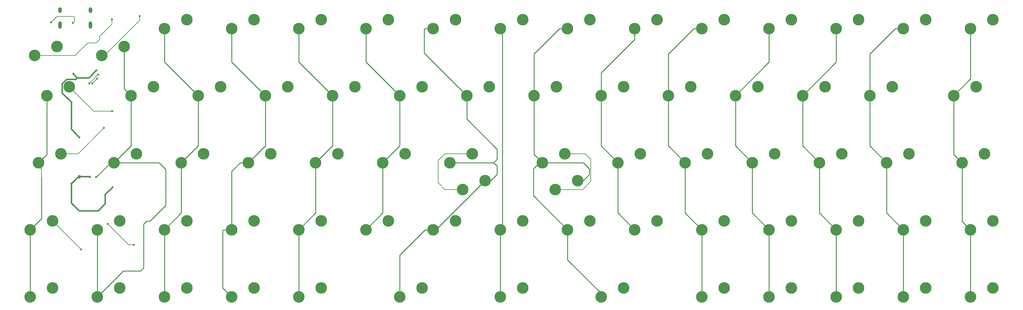
<source format=gbr>
%TF.GenerationSoftware,KiCad,Pcbnew,(6.0.8-1)-1*%
%TF.CreationDate,2024-01-21T16:11:11+01:00*%
%TF.ProjectId,keyboard-template-60,6b657962-6f61-4726-942d-74656d706c61,rev?*%
%TF.SameCoordinates,Original*%
%TF.FileFunction,Copper,L1,Top*%
%TF.FilePolarity,Positive*%
%FSLAX46Y46*%
G04 Gerber Fmt 4.6, Leading zero omitted, Abs format (unit mm)*
G04 Created by KiCad (PCBNEW (6.0.8-1)-1) date 2024-01-21 16:11:11*
%MOMM*%
%LPD*%
G01*
G04 APERTURE LIST*
%TA.AperFunction,ComponentPad*%
%ADD10C,3.300000*%
%TD*%
%TA.AperFunction,ComponentPad*%
%ADD11O,1.000000X1.600000*%
%TD*%
%TA.AperFunction,ComponentPad*%
%ADD12O,1.000000X2.100000*%
%TD*%
%TA.AperFunction,ViaPad*%
%ADD13C,0.600000*%
%TD*%
%TA.AperFunction,ViaPad*%
%ADD14C,1.000000*%
%TD*%
%TA.AperFunction,Conductor*%
%ADD15C,0.381000*%
%TD*%
%TA.AperFunction,Conductor*%
%ADD16C,0.200000*%
%TD*%
%TA.AperFunction,Conductor*%
%ADD17C,0.250000*%
%TD*%
G04 APERTURE END LIST*
D10*
%TO.P,MX56,1,COL*%
%TO.N,COL10*%
X259715000Y-143510000D03*
%TO.P,MX56,2,ROW*%
%TO.N,Net-(D56-Pad2)*%
X266065000Y-140970000D03*
%TD*%
%TO.P,MX73,1,COL*%
%TO.N,COL12*%
X297815000Y-162560000D03*
%TO.P,MX73,2,ROW*%
%TO.N,Net-(D73-Pad2)*%
X304165000Y-160020000D03*
%TD*%
%TO.P,MX39,1,COL*%
%TO.N,COL8*%
X224472500Y-129540000D03*
%TO.P,MX39,2,ROW*%
%TO.N,39_2*%
X218122500Y-132080000D03*
%TD*%
%TO.P,MX19,1,COL*%
%TO.N,COL3*%
X135890000Y-105410000D03*
%TO.P,MX19,2,ROW*%
%TO.N,Net-(D19-Pad2)*%
X142240000Y-102870000D03*
%TD*%
%TO.P,MX45,1,COL*%
%TO.N,COL14*%
X333533750Y-124460000D03*
%TO.P,MX45,2,ROW*%
%TO.N,Net-(D45-Pad2)*%
X339883750Y-121920000D03*
%TD*%
%TO.P,MX5,1,COL*%
%TO.N,COL4*%
X145415000Y-86360000D03*
%TO.P,MX5,2,ROW*%
%TO.N,Net-(D5-Pad2)*%
X151765000Y-83820000D03*
%TD*%
%TO.P,MX16,1,COL*%
%TO.N,COL0*%
X73977500Y-105410000D03*
%TO.P,MX16,2,ROW*%
%TO.N,Net-(D16-Pad2)*%
X80327500Y-102870000D03*
%TD*%
%TO.P,MX51,1,COL*%
%TO.N,COL5*%
X164465000Y-143510000D03*
%TO.P,MX51,2,ROW*%
%TO.N,Net-(D51-Pad2)*%
X170815000Y-140970000D03*
%TD*%
%TO.P,MX40,1,COL*%
%TO.N,COL9*%
X235902500Y-124460000D03*
%TO.P,MX40,2,ROW*%
%TO.N,Net-(D40-Pad2)*%
X242252500Y-121920000D03*
%TD*%
%TO.P,MX8,1,COL*%
%TO.N,COL7*%
X202565000Y-86360000D03*
%TO.P,MX8,2,ROW*%
%TO.N,Net-(D8-Pad2)*%
X208915000Y-83820000D03*
%TD*%
%TO.P,MX7,1,COL*%
%TO.N,COL6*%
X183515000Y-86360000D03*
%TO.P,MX7,2,ROW*%
%TO.N,Net-(D7-Pad2)*%
X189865000Y-83820000D03*
%TD*%
%TO.P,MX26,1,COL*%
%TO.N,COL10*%
X250190000Y-105410000D03*
%TO.P,MX26,2,ROW*%
%TO.N,Net-(D26-Pad2)*%
X256540000Y-102870000D03*
%TD*%
%TO.P,MX68,1,COL*%
%TO.N,COL7*%
X202565000Y-162560000D03*
%TO.P,MX68,2,ROW*%
%TO.N,Net-(D68-Pad2)*%
X208915000Y-160020000D03*
%TD*%
%TO.P,MX41,1,COL*%
%TO.N,COL10*%
X254952500Y-124460000D03*
%TO.P,MX41,2,ROW*%
%TO.N,Net-(D41-Pad2)*%
X261302500Y-121920000D03*
%TD*%
%TO.P,MX48,1,COL*%
%TO.N,COL2*%
X107315000Y-143510000D03*
%TO.P,MX48,2,ROW*%
%TO.N,Net-(D48-Pad2)*%
X113665000Y-140970000D03*
%TD*%
%TO.P,MX65,1,COL*%
%TO.N,COL4*%
X145415000Y-162560000D03*
%TO.P,MX65,2,ROW*%
%TO.N,Net-(D65-Pad2)*%
X151765000Y-160020000D03*
%TD*%
%TO.P,MX22,1,COL*%
%TO.N,COL6*%
X193040000Y-105410000D03*
%TO.P,MX22,2,ROW*%
%TO.N,Net-(D22-Pad2)*%
X199390000Y-102870000D03*
%TD*%
%TO.P,MX69,1,COL*%
%TO.N,COL8*%
X231140000Y-162560000D03*
%TO.P,MX69,2,ROW*%
%TO.N,Net-(D69-Pad2)*%
X237490000Y-160020000D03*
%TD*%
%TO.P,MX35,1,COL*%
%TO.N,COL4*%
X150177500Y-124460000D03*
%TO.P,MX35,2,ROW*%
%TO.N,Net-(D35-Pad2)*%
X156527500Y-121920000D03*
%TD*%
%TO.P,MX32,1,COL*%
%TO.N,COL1*%
X93027500Y-124460000D03*
%TO.P,MX32,2,ROW*%
%TO.N,Net-(D32-Pad2)*%
X99377500Y-121920000D03*
%TD*%
%TO.P,MX2,2,ROW*%
%TO.N,Net-(D2-Pad2)*%
X89535000Y-93980000D03*
%TO.P,MX2,1,COL*%
%TO.N,COL1*%
X95885000Y-91440000D03*
%TD*%
%TO.P,MX14,1,COL*%
%TO.N,COL13*%
X316865000Y-86360000D03*
%TO.P,MX14,2,ROW*%
%TO.N,Net-(D14-Pad2)*%
X323215000Y-83820000D03*
%TD*%
%TO.P,MX67,1,COL*%
%TO.N,COL6*%
X173990000Y-162560000D03*
%TO.P,MX67,2,ROW*%
%TO.N,Net-(D67-Pad2)*%
X180340000Y-160020000D03*
%TD*%
%TO.P,MX54,1,COL*%
%TO.N,COL8*%
X221615000Y-143510000D03*
%TO.P,MX54,2,ROW*%
%TO.N,Net-(D54-Pad2)*%
X227965000Y-140970000D03*
%TD*%
%TO.P,MX10,1,COL*%
%TO.N,COL9*%
X240665000Y-86360000D03*
%TO.P,MX10,2,ROW*%
%TO.N,Net-(D10-Pad2)*%
X247015000Y-83820000D03*
%TD*%
%TO.P,MX20,1,COL*%
%TO.N,COL4*%
X154940000Y-105410000D03*
%TO.P,MX20,2,ROW*%
%TO.N,Net-(D20-Pad2)*%
X161290000Y-102870000D03*
%TD*%
%TO.P,MX42,1,COL*%
%TO.N,COL11*%
X274002500Y-124460000D03*
%TO.P,MX42,2,ROW*%
%TO.N,Net-(D42-Pad2)*%
X280352500Y-121920000D03*
%TD*%
%TO.P,MX24,1,COL*%
%TO.N,COL8*%
X212090000Y-105410000D03*
%TO.P,MX24,2,ROW*%
%TO.N,Net-(D24-Pad2)*%
X218440000Y-102870000D03*
%TD*%
%TO.P,MX12,1,COL*%
%TO.N,COL11*%
X278765000Y-86360000D03*
%TO.P,MX12,2,ROW*%
%TO.N,Net-(D12-Pad2)*%
X285115000Y-83820000D03*
%TD*%
D11*
%TO.P,J1,S1,SHIELD*%
%TO.N,GND*%
X86320000Y-81150000D03*
D12*
X77680000Y-85330000D03*
X86320000Y-85330000D03*
D11*
X77680000Y-81150000D03*
%TD*%
D10*
%TO.P,MX46,1,COL*%
%TO.N,COL0*%
X69215000Y-143510000D03*
%TO.P,MX46,2,ROW*%
%TO.N,Net-(D46-Pad2)*%
X75565000Y-140970000D03*
%TD*%
%TO.P,MX15,1,COL*%
%TO.N,COL14*%
X335915000Y-86360000D03*
%TO.P,MX15,2,ROW*%
%TO.N,Net-(D15-Pad2)*%
X342265000Y-83820000D03*
%TD*%
%TO.P,MX50,1,COL*%
%TO.N,COL4*%
X145415000Y-143510000D03*
%TO.P,MX50,2,ROW*%
%TO.N,Net-(D50-Pad2)*%
X151765000Y-140970000D03*
%TD*%
%TO.P,MX1,2,ROW*%
%TO.N,Net-(D1-Pad2)*%
X70485000Y-93980000D03*
%TO.P,MX1,1,COL*%
%TO.N,COL0*%
X76835000Y-91440000D03*
%TD*%
%TO.P,MX71,1,COL*%
%TO.N,COL10*%
X259715000Y-162560000D03*
%TO.P,MX71,2,ROW*%
%TO.N,Net-(D71-Pad2)*%
X266065000Y-160020000D03*
%TD*%
%TO.P,MX29,1,COL*%
%TO.N,COL13*%
X307340000Y-105410000D03*
%TO.P,MX29,2,ROW*%
%TO.N,Net-(D29-Pad2)*%
X313690000Y-102870000D03*
%TD*%
%TO.P,MX57,1,COL*%
%TO.N,COL11*%
X278765000Y-143510000D03*
%TO.P,MX57,2,ROW*%
%TO.N,Net-(D57-Pad2)*%
X285115000Y-140970000D03*
%TD*%
%TO.P,MX18,1,COL*%
%TO.N,COL2*%
X116840000Y-105410000D03*
%TO.P,MX18,2,ROW*%
%TO.N,Net-(D18-Pad2)*%
X123190000Y-102870000D03*
%TD*%
%TO.P,MX31,1,COL*%
%TO.N,COL0*%
X71596250Y-124460000D03*
%TO.P,MX31,2,ROW*%
%TO.N,Net-(D31-Pad2)*%
X77946250Y-121920000D03*
%TD*%
%TO.P,MX44,1,COL*%
%TO.N,COL13*%
X312102500Y-124460000D03*
%TO.P,MX44,2,ROW*%
%TO.N,Net-(D44-Pad2)*%
X318452500Y-121920000D03*
%TD*%
%TO.P,MX21,1,COL*%
%TO.N,COL5*%
X173990000Y-105410000D03*
%TO.P,MX21,2,ROW*%
%TO.N,Net-(D21-Pad2)*%
X180340000Y-102870000D03*
%TD*%
%TO.P,MX59,1,COL*%
%TO.N,COL13*%
X316865000Y-143510000D03*
%TO.P,MX59,2,ROW*%
%TO.N,Net-(D59-Pad2)*%
X323215000Y-140970000D03*
%TD*%
%TO.P,MX43,1,COL*%
%TO.N,COL12*%
X293052500Y-124460000D03*
%TO.P,MX43,2,ROW*%
%TO.N,Net-(D43-Pad2)*%
X299402500Y-121920000D03*
%TD*%
%TO.P,MX75,1,COL*%
%TO.N,COL14*%
X335915000Y-162560000D03*
%TO.P,MX75,2,ROW*%
%TO.N,Net-(D75-Pad2)*%
X342265000Y-160020000D03*
%TD*%
%TO.P,MX36,1,COL*%
%TO.N,COL5*%
X169227500Y-124460000D03*
%TO.P,MX36,2,ROW*%
%TO.N,Net-(D36-Pad2)*%
X175577500Y-121920000D03*
%TD*%
%TO.P,MX11,1,COL*%
%TO.N,COL10*%
X259715000Y-86360000D03*
%TO.P,MX11,2,ROW*%
%TO.N,Net-(D11-Pad2)*%
X266065000Y-83820000D03*
%TD*%
%TO.P,MX61,1,COL*%
%TO.N,COL0*%
X69215000Y-162560000D03*
%TO.P,MX61,2,ROW*%
%TO.N,Net-(D61-Pad2)*%
X75565000Y-160020000D03*
%TD*%
%TO.P,MX27,1,COL*%
%TO.N,COL11*%
X269240000Y-105410000D03*
%TO.P,MX27,2,ROW*%
%TO.N,Net-(D27-Pad2)*%
X275590000Y-102870000D03*
%TD*%
%TO.P,MX47,1,COL*%
%TO.N,COL1*%
X88265000Y-143510000D03*
%TO.P,MX47,2,ROW*%
%TO.N,Net-(D47-Pad2)*%
X94615000Y-140970000D03*
%TD*%
%TO.P,MX3,1,COL*%
%TO.N,COL2*%
X107315000Y-86360000D03*
%TO.P,MX3,2,ROW*%
%TO.N,Net-(D3-Pad2)*%
X113665000Y-83820000D03*
%TD*%
%TO.P,MX33,1,COL*%
%TO.N,COL2*%
X112077500Y-124460000D03*
%TO.P,MX33,2,ROW*%
%TO.N,Net-(D33-Pad2)*%
X118427500Y-121920000D03*
%TD*%
%TO.P,MX49,1,COL*%
%TO.N,COL3*%
X126365000Y-143510000D03*
%TO.P,MX49,2,ROW*%
%TO.N,Net-(D49-Pad2)*%
X132715000Y-140970000D03*
%TD*%
%TO.P,MX39_2,1,COL*%
%TO.N,COL8*%
X214471250Y-124460000D03*
%TO.P,MX39_2,2,ROW*%
%TO.N,39_2*%
X220821250Y-121920000D03*
%TD*%
%TO.P,MX64,1,COL*%
%TO.N,COL3*%
X126365000Y-162560000D03*
%TO.P,MX64,2,ROW*%
%TO.N,Net-(D64-Pad2)*%
X132715000Y-160020000D03*
%TD*%
%TO.P,MX60,1,COL*%
%TO.N,COL14*%
X335915000Y-143510000D03*
%TO.P,MX60,2,ROW*%
%TO.N,Net-(D60-Pad2)*%
X342265000Y-140970000D03*
%TD*%
%TO.P,MX13,1,COL*%
%TO.N,COL12*%
X297815000Y-86360000D03*
%TO.P,MX13,2,ROW*%
%TO.N,Net-(D13-Pad2)*%
X304165000Y-83820000D03*
%TD*%
%TO.P,MX9,1,COL*%
%TO.N,COL8*%
X221615000Y-86360000D03*
%TO.P,MX9,2,ROW*%
%TO.N,Net-(D9-Pad2)*%
X227965000Y-83820000D03*
%TD*%
%TO.P,MX34,1,COL*%
%TO.N,COL3*%
X131127500Y-124460000D03*
%TO.P,MX34,2,ROW*%
%TO.N,Net-(D34-Pad2)*%
X137477500Y-121920000D03*
%TD*%
%TO.P,MX63,1,COL*%
%TO.N,COL2*%
X107315000Y-162560000D03*
%TO.P,MX63,2,ROW*%
%TO.N,Net-(D63-Pad2)*%
X113665000Y-160020000D03*
%TD*%
%TO.P,MX53,1,COL*%
%TO.N,COL7*%
X202565000Y-143510000D03*
%TO.P,MX53,2,ROW*%
%TO.N,Net-(D53-Pad2)*%
X208915000Y-140970000D03*
%TD*%
%TO.P,MX37_2,1,COL*%
%TO.N,COL6*%
X198278750Y-129540000D03*
%TO.P,MX37_2,2,ROW*%
%TO.N,37_2*%
X191928750Y-132080000D03*
%TD*%
%TO.P,MX74,1,COL*%
%TO.N,COL13*%
X316865000Y-162560000D03*
%TO.P,MX74,2,ROW*%
%TO.N,Net-(D74-Pad2)*%
X323215000Y-160020000D03*
%TD*%
%TO.P,MX4,1,COL*%
%TO.N,COL3*%
X126365000Y-86360000D03*
%TO.P,MX4,2,ROW*%
%TO.N,Net-(D4-Pad2)*%
X132715000Y-83820000D03*
%TD*%
%TO.P,MX52,1,COL*%
%TO.N,COL6*%
X183515000Y-143510000D03*
%TO.P,MX52,2,ROW*%
%TO.N,Net-(D52-Pad2)*%
X189865000Y-140970000D03*
%TD*%
%TO.P,MX55,1,COL*%
%TO.N,COL9*%
X240665000Y-143510000D03*
%TO.P,MX55,2,ROW*%
%TO.N,Net-(D55-Pad2)*%
X247015000Y-140970000D03*
%TD*%
%TO.P,MX25,1,COL*%
%TO.N,COL9*%
X231140000Y-105410000D03*
%TO.P,MX25,2,ROW*%
%TO.N,Net-(D25-Pad2)*%
X237490000Y-102870000D03*
%TD*%
%TO.P,MX72,1,COL*%
%TO.N,COL11*%
X278765000Y-162560000D03*
%TO.P,MX72,2,ROW*%
%TO.N,Net-(D72-Pad2)*%
X285115000Y-160020000D03*
%TD*%
%TO.P,MX30,1,COL*%
%TO.N,COL14*%
X331152500Y-105410000D03*
%TO.P,MX30,2,ROW*%
%TO.N,Net-(D30-Pad2)*%
X337502500Y-102870000D03*
%TD*%
%TO.P,MX58,1,COL*%
%TO.N,COL12*%
X297815000Y-143510000D03*
%TO.P,MX58,2,ROW*%
%TO.N,Net-(D58-Pad2)*%
X304165000Y-140970000D03*
%TD*%
%TO.P,MX17,1,COL*%
%TO.N,COL1*%
X97790000Y-105410000D03*
%TO.P,MX17,2,ROW*%
%TO.N,Net-(D17-Pad2)*%
X104140000Y-102870000D03*
%TD*%
%TO.P,MX28,1,COL*%
%TO.N,COL12*%
X288290000Y-105410000D03*
%TO.P,MX28,2,ROW*%
%TO.N,Net-(D28-Pad2)*%
X294640000Y-102870000D03*
%TD*%
%TO.P,MX37,1,COL*%
%TO.N,COL6*%
X188277500Y-124460000D03*
%TO.P,MX37,2,ROW*%
%TO.N,37_2*%
X194627500Y-121920000D03*
%TD*%
%TO.P,MX62,1,COL*%
%TO.N,COL1*%
X88265000Y-162560000D03*
%TO.P,MX62,2,ROW*%
%TO.N,Net-(D62-Pad2)*%
X94615000Y-160020000D03*
%TD*%
%TO.P,MX6,1,COL*%
%TO.N,COL5*%
X164465000Y-86360000D03*
%TO.P,MX6,2,ROW*%
%TO.N,Net-(D6-Pad2)*%
X170815000Y-83820000D03*
%TD*%
D13*
%TO.N,+5V*%
X88500000Y-138100000D03*
X92550000Y-131400000D03*
X81450000Y-99200000D03*
X88000000Y-98200000D03*
X81330236Y-136350000D03*
X86249500Y-128550000D03*
D14*
X83212500Y-128456250D03*
D13*
X83200000Y-117250000D03*
X80875000Y-130375000D03*
%TO.N,Net-(D1-Pad2)*%
X92400000Y-83750000D03*
%TO.N,Net-(D2-Pad2)*%
X100250000Y-82800000D03*
%TO.N,Net-(D16-Pad2)*%
X92500000Y-109800000D03*
%TO.N,Net-(D31-Pad2)*%
X90150000Y-114600000D03*
%TO.N,ROW3*%
X91250000Y-141800000D03*
X98600000Y-147750000D03*
%TO.N,Net-(D46-Pad2)*%
X83700000Y-149100000D03*
%TO.N,D-*%
X86005209Y-101944791D03*
X88500000Y-99450000D03*
%TO.N,D+*%
X88173912Y-100623912D03*
X86850731Y-101947092D03*
%TO.N,COL1*%
X87950000Y-128550000D03*
%TO.N,Net-(J1-PadA5)*%
X81300000Y-84800000D03*
X75100000Y-84600000D03*
%TD*%
D15*
%TO.N,+5V*%
X80850000Y-114900000D02*
X83200000Y-117250000D01*
X80850000Y-107200000D02*
X80850000Y-114900000D01*
X80875000Y-131125000D02*
X80875000Y-130425000D01*
X90487500Y-136112500D02*
X88500000Y-138100000D01*
X92550000Y-131400000D02*
X90487500Y-133462500D01*
X82900000Y-128400000D02*
X86099500Y-128400000D01*
X80875000Y-131125000D02*
X80875000Y-130375000D01*
X83080236Y-138100000D02*
X88500000Y-138100000D01*
X81815118Y-136834882D02*
X81330236Y-136350000D01*
X79511797Y-100800000D02*
X78287000Y-102024797D01*
X82050000Y-100800000D02*
X79511797Y-100800000D01*
X87675000Y-98525000D02*
X88000000Y-98200000D01*
X81450000Y-99300000D02*
X81450000Y-99200000D01*
X82500000Y-100350000D02*
X82150000Y-100000000D01*
D16*
X83212500Y-128456250D02*
X82793750Y-128456250D01*
D15*
X90487500Y-133462500D02*
X90487500Y-136112500D01*
X80875000Y-130425000D02*
X82425000Y-128875000D01*
X87675000Y-98525000D02*
X85850000Y-100350000D01*
X78287000Y-102024797D02*
X78287000Y-104637000D01*
X82425000Y-128875000D02*
X82843750Y-128456250D01*
X85850000Y-100350000D02*
X82500000Y-100350000D01*
X81815118Y-136834882D02*
X83080236Y-138100000D01*
X86099500Y-128400000D02*
X86249500Y-128550000D01*
X80875000Y-135894764D02*
X80875000Y-131125000D01*
X81815118Y-136834882D02*
X80875000Y-135894764D01*
X82843750Y-128456250D02*
X83212500Y-128456250D01*
X78287000Y-104637000D02*
X80850000Y-107200000D01*
X82500000Y-100350000D02*
X82050000Y-100800000D01*
X82425000Y-128875000D02*
X82900000Y-128400000D01*
X82150000Y-100000000D02*
X81450000Y-99300000D01*
D16*
%TO.N,Net-(D1-Pad2)*%
X92400000Y-85100000D02*
X92400000Y-83750000D01*
X85550000Y-90450000D02*
X87900000Y-90450000D01*
X70485000Y-93980000D02*
X82020000Y-93980000D01*
X82020000Y-93980000D02*
X84100000Y-91900000D01*
X84100000Y-91900000D02*
X85550000Y-90450000D01*
X88950000Y-89400000D02*
X88950000Y-88550000D01*
X92000000Y-85500000D02*
X92400000Y-85100000D01*
X87900000Y-90450000D02*
X88950000Y-89400000D01*
X88950000Y-88550000D02*
X92000000Y-85500000D01*
%TO.N,Net-(D2-Pad2)*%
X89535000Y-93980000D02*
X90309777Y-93980000D01*
X100250000Y-82800000D02*
X100250000Y-84039778D01*
X100250000Y-84039778D02*
X98844889Y-85444889D01*
X90309777Y-93980000D02*
X98844889Y-85444889D01*
%TO.N,Net-(D16-Pad2)*%
X80327500Y-102870000D02*
X87253750Y-109796250D01*
X92496250Y-109796250D02*
X92500000Y-109800000D01*
X87253750Y-109796250D02*
X92496250Y-109796250D01*
%TO.N,Net-(D31-Pad2)*%
X82830000Y-121920000D02*
X90150000Y-114600000D01*
X77946250Y-121920000D02*
X82830000Y-121920000D01*
%TO.N,ROW3*%
X91250000Y-141800000D02*
X91250000Y-141877414D01*
X97122586Y-147750000D02*
X98600000Y-147750000D01*
X91250000Y-141877414D02*
X97122586Y-147750000D01*
%TO.N,Net-(D46-Pad2)*%
X82747500Y-148152500D02*
X83695000Y-149100000D01*
X83695000Y-149100000D02*
X83700000Y-149100000D01*
X82747500Y-148152500D02*
X75565000Y-140970000D01*
D17*
%TO.N,COL10*%
X250190000Y-105410000D02*
X250190000Y-119697500D01*
X254952500Y-138747500D02*
X259715000Y-143510000D01*
X250190000Y-119697500D02*
X254952500Y-124460000D01*
X259715000Y-143510000D02*
X259715000Y-162560000D01*
X254952500Y-124460000D02*
X254952500Y-138747500D01*
X259715000Y-86360000D02*
X257381548Y-86360000D01*
X250190000Y-93551548D02*
X250190000Y-105410000D01*
X257381548Y-86360000D02*
X250190000Y-93551548D01*
D16*
%TO.N,D-*%
X88500000Y-99450000D02*
X86005209Y-101944791D01*
%TO.N,D+*%
X86850731Y-101947092D02*
X88173912Y-100623912D01*
D17*
%TO.N,COL0*%
X72400000Y-140325000D02*
X72400000Y-128650000D01*
X73977500Y-122078750D02*
X71596250Y-124460000D01*
D16*
X71596250Y-125446250D02*
X72400000Y-126250000D01*
D17*
X69215000Y-143510000D02*
X69215000Y-162560000D01*
D16*
X72400000Y-126250000D02*
X72400000Y-128650000D01*
D17*
X69215000Y-143510000D02*
X72400000Y-140325000D01*
X73977500Y-105410000D02*
X73977500Y-122078750D01*
D16*
X71596250Y-124460000D02*
X71596250Y-125446250D01*
D17*
%TO.N,COL1*%
X107650000Y-136600000D02*
X107650000Y-126350000D01*
X92040000Y-124460000D02*
X87950000Y-128550000D01*
X93027500Y-124460000D02*
X92040000Y-124460000D01*
X95885000Y-91440000D02*
X95885000Y-103505000D01*
X105760000Y-124460000D02*
X93027500Y-124460000D01*
X101400000Y-141900000D02*
X102250000Y-141050000D01*
X100500000Y-155200000D02*
X101400000Y-154300000D01*
X95625000Y-155200000D02*
X100500000Y-155200000D01*
X88265000Y-143510000D02*
X88265000Y-162560000D01*
X103200000Y-141050000D02*
X107650000Y-136600000D01*
X97790000Y-119697500D02*
X93027500Y-124460000D01*
X97790000Y-105410000D02*
X97790000Y-119697500D01*
X107650000Y-126350000D02*
X105760000Y-124460000D01*
X102250000Y-141050000D02*
X103200000Y-141050000D01*
X95885000Y-103505000D02*
X97790000Y-105410000D01*
X101400000Y-154300000D02*
X101400000Y-141900000D01*
X88265000Y-162560000D02*
X95625000Y-155200000D01*
%TO.N,COL5*%
X164465000Y-95885000D02*
X173990000Y-105410000D01*
X173990000Y-119697500D02*
X169227500Y-124460000D01*
X164465000Y-86360000D02*
X164465000Y-95885000D01*
X173990000Y-105410000D02*
X173990000Y-119697500D01*
X169227500Y-138747500D02*
X164465000Y-143510000D01*
X169227500Y-124460000D02*
X169227500Y-138747500D01*
%TO.N,COL6*%
X199866250Y-129540000D02*
X198278750Y-129540000D01*
X188277500Y-124460000D02*
X200660000Y-124460000D01*
X181181548Y-86360000D02*
X180994999Y-86546549D01*
X201612500Y-125412500D02*
X201612500Y-127793750D01*
X193040000Y-112077500D02*
X201612500Y-120650000D01*
X200660000Y-124460000D02*
X201612500Y-123507500D01*
X183515000Y-143510000D02*
X181181548Y-143510000D01*
X180994999Y-86546549D02*
X180994999Y-93364999D01*
X173990000Y-150701548D02*
X173990000Y-162560000D01*
X193040000Y-105410000D02*
X193040000Y-112077500D01*
X183515000Y-86360000D02*
X181181548Y-86360000D01*
X200660000Y-124460000D02*
X201612500Y-125412500D01*
X201612500Y-123507500D02*
X201612500Y-123031250D01*
X201612500Y-120650000D02*
X201612500Y-123031250D01*
X198278750Y-129540000D02*
X184308750Y-143510000D01*
X181181548Y-143510000D02*
X173990000Y-150701548D01*
X180994999Y-93364999D02*
X193040000Y-105410000D01*
X184308750Y-143510000D02*
X183515000Y-143510000D01*
X201612500Y-127793750D02*
X199866250Y-129540000D01*
%TO.N,COL7*%
X203180001Y-142894999D02*
X202565000Y-143510000D01*
X202565000Y-143510000D02*
X202565000Y-162560000D01*
X203180001Y-86975001D02*
X203180001Y-142894999D01*
X202565000Y-86360000D02*
X203180001Y-86975001D01*
%TO.N,COL8*%
X221615000Y-143510000D02*
X221615000Y-152066117D01*
X212090000Y-93551548D02*
X212090000Y-105410000D01*
X211931250Y-133826250D02*
X211931250Y-126206250D01*
X219281548Y-86360000D02*
X212090000Y-93551548D01*
X214471250Y-124460000D02*
X226060000Y-124460000D01*
X211931250Y-126206250D02*
X213677500Y-124460000D01*
X221615000Y-143510000D02*
X211931250Y-133826250D01*
X227806250Y-126206250D02*
X227806250Y-127793750D01*
X226060000Y-124460000D02*
X227806250Y-126206250D01*
X226060000Y-129540000D02*
X224472500Y-129540000D01*
X221615000Y-152066117D02*
X231140000Y-161591117D01*
X212090000Y-122078750D02*
X214471250Y-124460000D01*
X231140000Y-161591117D02*
X231140000Y-162560000D01*
X212090000Y-105410000D02*
X212090000Y-122078750D01*
X221615000Y-86360000D02*
X219281548Y-86360000D01*
X227806250Y-127793750D02*
X226060000Y-129540000D01*
X213677500Y-124460000D02*
X214471250Y-124460000D01*
%TO.N,COL9*%
X235902500Y-124460000D02*
X235902500Y-138747500D01*
X240665000Y-86360000D02*
X240665000Y-89397769D01*
X231140000Y-98922769D02*
X231140000Y-105410000D01*
X231140000Y-119697500D02*
X235902500Y-124460000D01*
X240665000Y-89397769D02*
X231140000Y-98922769D01*
X231140000Y-105410000D02*
X231140000Y-119697500D01*
X235902500Y-138747500D02*
X240665000Y-143510000D01*
%TO.N,COL13*%
X307340000Y-93551548D02*
X307340000Y-105410000D01*
X307340000Y-119697500D02*
X312102500Y-124460000D01*
X316865000Y-143510000D02*
X316865000Y-162560000D01*
X314531548Y-86360000D02*
X307340000Y-93551548D01*
X316865000Y-86360000D02*
X314531548Y-86360000D01*
X307340000Y-105410000D02*
X307340000Y-119697500D01*
X312102500Y-124460000D02*
X312102500Y-138747500D01*
X312102500Y-138747500D02*
X316865000Y-143510000D01*
%TO.N,COL14*%
X333533750Y-124460000D02*
X333533750Y-141128750D01*
X333533750Y-141128750D02*
X335915000Y-143510000D01*
X331152500Y-122078750D02*
X333533750Y-124460000D01*
X335915000Y-100647500D02*
X331152500Y-105410000D01*
X335915000Y-86360000D02*
X335915000Y-100647500D01*
X335915000Y-143510000D02*
X335915000Y-162560000D01*
X331152500Y-105410000D02*
X331152500Y-122078750D01*
D16*
%TO.N,Net-(J1-PadA5)*%
X81700000Y-83100000D02*
X81500000Y-82900000D01*
X77700000Y-82900000D02*
X76800000Y-82900000D01*
X76800000Y-82900000D02*
X75100000Y-84600000D01*
X81700000Y-84400000D02*
X81700000Y-83100000D01*
X81500000Y-82900000D02*
X77700000Y-82900000D01*
X81300000Y-84800000D02*
X81700000Y-84400000D01*
D17*
%TO.N,COL2*%
X107315000Y-143510000D02*
X107315000Y-162560000D01*
X107315000Y-86360000D02*
X107315000Y-95885000D01*
X112077500Y-138747500D02*
X107315000Y-143510000D01*
X107315000Y-95885000D02*
X116840000Y-105410000D01*
X116840000Y-119697500D02*
X112077500Y-124460000D01*
X116840000Y-105410000D02*
X116840000Y-119697500D01*
X112077500Y-124460000D02*
X112077500Y-138747500D01*
%TO.N,COL3*%
X123844999Y-143696549D02*
X123844999Y-160039999D01*
X135890000Y-105410000D02*
X135890000Y-119697500D01*
X135890000Y-119697500D02*
X131127500Y-124460000D01*
X128794048Y-124460000D02*
X126365000Y-126889048D01*
X126365000Y-86360000D02*
X126365000Y-95885000D01*
X123844999Y-160039999D02*
X126365000Y-162560000D01*
X126365000Y-95885000D02*
X135890000Y-105410000D01*
X131127500Y-124460000D02*
X128794048Y-124460000D01*
X126365000Y-126889048D02*
X126365000Y-143510000D01*
X124031548Y-143510000D02*
X123844999Y-143696549D01*
X126365000Y-143510000D02*
X124031548Y-143510000D01*
%TO.N,COL4*%
X154940000Y-105410000D02*
X154940000Y-119697500D01*
X150177500Y-124460000D02*
X150177500Y-138747500D01*
X150177500Y-138747500D02*
X145415000Y-143510000D01*
X145415000Y-95885000D02*
X154940000Y-105410000D01*
X154940000Y-119697500D02*
X150177500Y-124460000D01*
X145415000Y-143510000D02*
X145415000Y-162560000D01*
X145415000Y-86360000D02*
X145415000Y-95885000D01*
%TO.N,COL11*%
X269240000Y-119697500D02*
X274002500Y-124460000D01*
X278765000Y-143510000D02*
X278765000Y-162560000D01*
X274002500Y-124460000D02*
X274002500Y-138747500D01*
X269240000Y-105410000D02*
X269240000Y-119697500D01*
X274002500Y-138747500D02*
X278765000Y-143510000D01*
X278765000Y-95885000D02*
X269240000Y-105410000D01*
X278765000Y-86360000D02*
X278765000Y-95885000D01*
%TO.N,COL12*%
X293052500Y-124460000D02*
X293052500Y-138747500D01*
X297815000Y-143510000D02*
X297815000Y-162560000D01*
X297815000Y-95885000D02*
X288290000Y-105410000D01*
X297815000Y-86360000D02*
X297815000Y-95885000D01*
X288290000Y-105410000D02*
X288290000Y-119697500D01*
X293052500Y-138747500D02*
X297815000Y-143510000D01*
X288290000Y-119697500D02*
X293052500Y-124460000D01*
D16*
%TO.N,37_2*%
X186848750Y-132080000D02*
X191928750Y-132080000D01*
X194627500Y-121920000D02*
X186848750Y-121920000D01*
X184943750Y-130175000D02*
X186848750Y-132080000D01*
X184943750Y-123825000D02*
X184943750Y-130175000D01*
X186848750Y-121920000D02*
X184943750Y-123825000D01*
%TO.N,39_2*%
X220821250Y-121920000D02*
X226695000Y-121920000D01*
X225901250Y-132080000D02*
X218122500Y-132080000D01*
X228231250Y-123456250D02*
X228231250Y-129750000D01*
X228231250Y-129750000D02*
X225901250Y-132080000D01*
X226695000Y-121920000D02*
X228231250Y-123456250D01*
%TD*%
M02*

</source>
